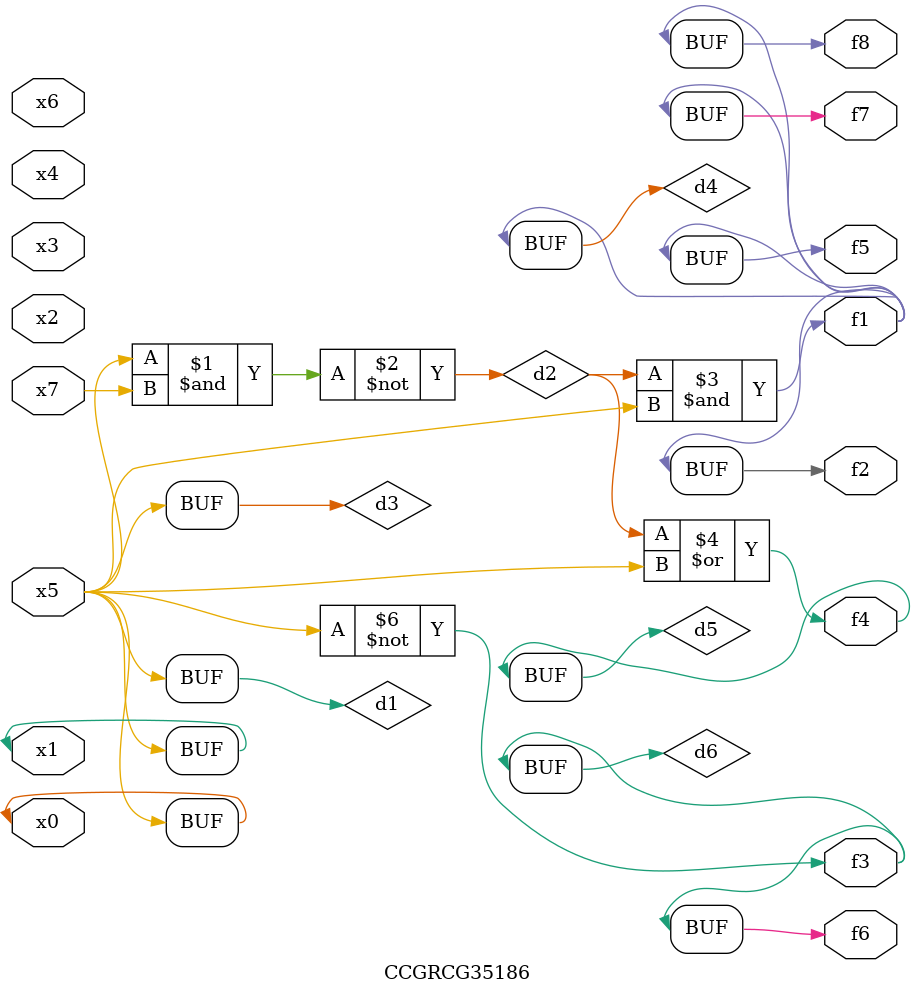
<source format=v>
module CCGRCG35186(
	input x0, x1, x2, x3, x4, x5, x6, x7,
	output f1, f2, f3, f4, f5, f6, f7, f8
);

	wire d1, d2, d3, d4, d5, d6;

	buf (d1, x0, x5);
	nand (d2, x5, x7);
	buf (d3, x0, x1);
	and (d4, d2, d3);
	or (d5, d2, d3);
	nor (d6, d1, d3);
	assign f1 = d4;
	assign f2 = d4;
	assign f3 = d6;
	assign f4 = d5;
	assign f5 = d4;
	assign f6 = d6;
	assign f7 = d4;
	assign f8 = d4;
endmodule

</source>
